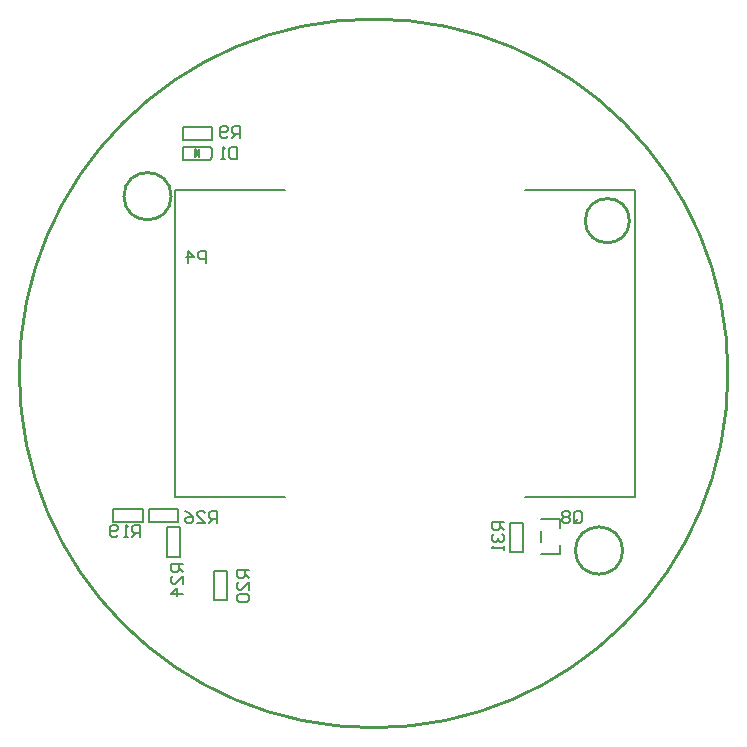
<source format=gbo>
%FSLAX25Y25*%
%MOIN*%
G70*
G01*
G75*
G04 Layer_Color=32896*
%ADD10R,0.03347X0.02756*%
%ADD11O,0.04724X0.00984*%
%ADD12R,0.04724X0.01772*%
%ADD13O,0.04724X0.01772*%
%ADD14O,0.00984X0.04724*%
%ADD15O,0.01772X0.04724*%
%ADD16R,0.03937X0.02362*%
%ADD17R,0.02756X0.03347*%
%ADD18R,0.04724X0.01969*%
%ADD19O,0.03543X0.01969*%
%ADD20O,0.03543X0.01969*%
%ADD21R,0.03543X0.01969*%
%ADD22R,0.02362X0.03937*%
%ADD23O,0.02500X0.05500*%
%ADD24R,0.02500X0.05500*%
%ADD25R,0.07874X0.07874*%
%ADD26C,0.02000*%
%ADD27C,0.06000*%
%ADD28C,0.01000*%
%ADD29C,0.01500*%
%ADD30C,0.00800*%
%ADD31C,0.03000*%
%ADD32C,0.01200*%
%ADD33C,0.05906*%
%ADD34P,0.08352X4X180.0*%
%ADD35R,0.05906X0.05906*%
G04:AMPARAMS|DCode=36|XSize=78.74mil|YSize=118.11mil|CornerRadius=0mil|HoleSize=0mil|Usage=FLASHONLY|Rotation=45.000|XOffset=0mil|YOffset=0mil|HoleType=Round|Shape=Rectangle|*
%AMROTATEDRECTD36*
4,1,4,0.01392,-0.06960,-0.06960,0.01392,-0.01392,0.06960,0.06960,-0.01392,0.01392,-0.06960,0.0*
%
%ADD36ROTATEDRECTD36*%

G04:AMPARAMS|DCode=37|XSize=78.74mil|YSize=118.11mil|CornerRadius=0mil|HoleSize=0mil|Usage=FLASHONLY|Rotation=45.000|XOffset=0mil|YOffset=0mil|HoleType=Round|Shape=Round|*
%AMOVALD37*
21,1,0.03937,0.07874,0.00000,0.00000,135.0*
1,1,0.07874,0.01392,-0.01392*
1,1,0.07874,-0.01392,0.01392*
%
%ADD37OVALD37*%

G04:AMPARAMS|DCode=38|XSize=78.74mil|YSize=118.11mil|CornerRadius=0mil|HoleSize=0mil|Usage=FLASHONLY|Rotation=75.000|XOffset=0mil|YOffset=0mil|HoleType=Round|Shape=Round|*
%AMOVALD38*
21,1,0.03937,0.07874,0.00000,0.00000,165.0*
1,1,0.07874,0.01901,-0.00510*
1,1,0.07874,-0.01901,0.00510*
%
%ADD38OVALD38*%

G04:AMPARAMS|DCode=39|XSize=78.74mil|YSize=118.11mil|CornerRadius=0mil|HoleSize=0mil|Usage=FLASHONLY|Rotation=75.000|XOffset=0mil|YOffset=0mil|HoleType=Round|Shape=Rectangle|*
%AMROTATEDRECTD39*
4,1,4,0.04685,-0.05331,-0.06723,-0.02274,-0.04685,0.05331,0.06723,0.02274,0.04685,-0.05331,0.0*
%
%ADD39ROTATEDRECTD39*%

%ADD40P,0.08352X4X200.0*%
%ADD41R,0.05906X0.05906*%
%ADD42C,0.02000*%
%ADD43C,0.03000*%
%ADD44C,0.04000*%
%ADD45C,0.05000*%
%ADD46C,0.27559*%
%ADD47C,0.00500*%
%ADD48C,0.00787*%
%ADD49C,0.00984*%
%ADD50C,0.02362*%
%ADD51R,0.04147X0.03556*%
%ADD52O,0.05524X0.01784*%
%ADD53R,0.05524X0.02572*%
%ADD54O,0.05524X0.02572*%
%ADD55O,0.01784X0.05524*%
%ADD56O,0.02572X0.05524*%
%ADD57R,0.04737X0.03162*%
%ADD58R,0.03556X0.04147*%
%ADD59R,0.05524X0.02769*%
%ADD60O,0.04343X0.02769*%
%ADD61O,0.04343X0.02769*%
%ADD62R,0.04343X0.02769*%
%ADD63R,0.03162X0.04737*%
%ADD64O,0.03300X0.06300*%
%ADD65R,0.03300X0.06300*%
%ADD66R,0.08674X0.08674*%
%ADD67C,0.06706*%
%ADD68P,0.09483X4X180.0*%
%ADD69R,0.06706X0.06706*%
G04:AMPARAMS|DCode=70|XSize=86.74mil|YSize=126.11mil|CornerRadius=0mil|HoleSize=0mil|Usage=FLASHONLY|Rotation=45.000|XOffset=0mil|YOffset=0mil|HoleType=Round|Shape=Rectangle|*
%AMROTATEDRECTD70*
4,1,4,0.01392,-0.07525,-0.07525,0.01392,-0.01392,0.07525,0.07525,-0.01392,0.01392,-0.07525,0.0*
%
%ADD70ROTATEDRECTD70*%

G04:AMPARAMS|DCode=71|XSize=86.74mil|YSize=126.11mil|CornerRadius=0mil|HoleSize=0mil|Usage=FLASHONLY|Rotation=45.000|XOffset=0mil|YOffset=0mil|HoleType=Round|Shape=Round|*
%AMOVALD71*
21,1,0.03937,0.08674,0.00000,0.00000,135.0*
1,1,0.08674,0.01392,-0.01392*
1,1,0.08674,-0.01392,0.01392*
%
%ADD71OVALD71*%

G04:AMPARAMS|DCode=72|XSize=86.74mil|YSize=126.11mil|CornerRadius=0mil|HoleSize=0mil|Usage=FLASHONLY|Rotation=75.000|XOffset=0mil|YOffset=0mil|HoleType=Round|Shape=Round|*
%AMOVALD72*
21,1,0.03937,0.08674,0.00000,0.00000,165.0*
1,1,0.08674,0.01901,-0.00510*
1,1,0.08674,-0.01901,0.00510*
%
%ADD72OVALD72*%

G04:AMPARAMS|DCode=73|XSize=86.74mil|YSize=126.11mil|CornerRadius=0mil|HoleSize=0mil|Usage=FLASHONLY|Rotation=75.000|XOffset=0mil|YOffset=0mil|HoleType=Round|Shape=Rectangle|*
%AMROTATEDRECTD73*
4,1,4,0.04968,-0.05821,-0.07213,-0.02557,-0.04968,0.05821,0.07213,0.02557,0.04968,-0.05821,0.0*
%
%ADD73ROTATEDRECTD73*%

%ADD74P,0.09483X4X200.0*%
%ADD75R,0.06706X0.06706*%
%ADD76C,0.28359*%
D28*
X85266Y50900D02*
G03*
X85266Y50900I-7366J0D01*
G01*
X83000Y-59055D02*
G03*
X83000Y-59055I-7874J0D01*
G01*
X-67500Y59055D02*
G03*
X-67500Y59055I-7874J0D01*
G01*
X118110Y0D02*
G03*
X118110Y0I-118110J0D01*
G01*
D47*
X-74974Y-45235D02*
X-65131D01*
X-74974Y-49565D02*
X-65131D01*
Y-45235D01*
X-74974Y-49565D02*
Y-45235D01*
X-48735Y-75669D02*
Y-65826D01*
X-53065Y-75669D02*
Y-65826D01*
Y-75669D02*
X-48735D01*
X-53065Y-65826D02*
X-48735D01*
X49665Y-59569D02*
Y-49726D01*
X45335Y-59569D02*
Y-49726D01*
Y-59569D02*
X49665D01*
X45335Y-49726D02*
X49665D01*
X61968Y-51410D02*
Y-48458D01*
Y-60268D02*
Y-57316D01*
X55668Y-56135D02*
Y-52591D01*
Y-48458D02*
X61968D01*
X55668Y-60268D02*
X61968D01*
X-63669Y71235D02*
Y75565D01*
X-54613D01*
X-53826Y72022D02*
Y74778D01*
X-63669Y71235D02*
X-54613D01*
X-54613Y75565D02*
X-53826Y74778D01*
X-58255Y72022D02*
Y74778D01*
X-59633Y72022D02*
Y74778D01*
Y72022D02*
X-58255Y73400D01*
X-59633Y74778D02*
X-58255Y73400D01*
X-59633D02*
X-58255D01*
X-54613Y71235D02*
X-53826Y72022D01*
X-63674Y82265D02*
X-53831D01*
X-63674Y77935D02*
X-53831D01*
Y82265D01*
X-63674Y77935D02*
Y82265D01*
X50400Y61200D02*
X87172D01*
X50400Y-41162D02*
X87172D01*
X-66372Y61200D02*
X-29600D01*
X-66372Y-41162D02*
X-29600D01*
X87172D02*
Y61200D01*
X-66372Y-41162D02*
Y61200D01*
X-64435Y-61068D02*
Y-51226D01*
X-68765Y-61068D02*
Y-51226D01*
Y-61068D02*
X-64435D01*
X-68765Y-51226D02*
X-64435D01*
X-86874Y-45235D02*
X-77031D01*
X-86874Y-49565D02*
X-77031D01*
Y-45235D01*
X-86874Y-49565D02*
Y-45235D01*
X-56000Y36800D02*
Y40799D01*
X-57999D01*
X-58666Y40132D01*
Y38799D01*
X-57999Y38133D01*
X-56000D01*
X-61998Y36800D02*
Y40799D01*
X-59999Y38799D01*
X-62665D01*
X-63700Y-63700D02*
X-67699D01*
Y-65699D01*
X-67032Y-66366D01*
X-65699D01*
X-65033Y-65699D01*
Y-63700D01*
Y-65033D02*
X-63700Y-66366D01*
Y-70364D02*
Y-67699D01*
X-66366Y-70364D01*
X-67032D01*
X-67699Y-69698D01*
Y-68365D01*
X-67032Y-67699D01*
X-63700Y-73697D02*
X-67699D01*
X-65699Y-71697D01*
Y-74363D01*
X-44400Y78500D02*
Y82499D01*
X-46399D01*
X-47066Y81832D01*
Y80499D01*
X-46399Y79833D01*
X-44400D01*
X-45733D02*
X-47066Y78500D01*
X-48399Y79166D02*
X-49065Y78500D01*
X-50398D01*
X-51064Y79166D01*
Y81832D01*
X-50398Y82499D01*
X-49065D01*
X-48399Y81832D01*
Y81166D01*
X-49065Y80499D01*
X-51064D01*
X-45600Y75499D02*
Y71500D01*
X-47599D01*
X-48266Y72166D01*
Y74832D01*
X-47599Y75499D01*
X-45600D01*
X-49599Y71500D02*
X-50932D01*
X-50265D01*
Y75499D01*
X-49599Y74832D01*
X43500Y-49700D02*
X39501D01*
Y-51699D01*
X40168Y-52366D01*
X41501D01*
X42167Y-51699D01*
Y-49700D01*
Y-51033D02*
X43500Y-52366D01*
X40168Y-53699D02*
X39501Y-54365D01*
Y-55698D01*
X40168Y-56365D01*
X40834D01*
X41501Y-55698D01*
Y-55032D01*
Y-55698D01*
X42167Y-56365D01*
X42834D01*
X43500Y-55698D01*
Y-54365D01*
X42834Y-53699D01*
X43500Y-57697D02*
Y-59030D01*
Y-58364D01*
X39501D01*
X40168Y-57697D01*
X66934Y-49334D02*
Y-46668D01*
X67601Y-46001D01*
X68934D01*
X69600Y-46668D01*
Y-49334D01*
X68934Y-50000D01*
X67601D01*
X68267Y-48667D02*
X66934Y-50000D01*
X67601D02*
X66934Y-49334D01*
X65601Y-46668D02*
X64935Y-46001D01*
X63602D01*
X62936Y-46668D01*
Y-47334D01*
X63602Y-48001D01*
X62936Y-48667D01*
Y-49334D01*
X63602Y-50000D01*
X64935D01*
X65601Y-49334D01*
Y-48667D01*
X64935Y-48001D01*
X65601Y-47334D01*
Y-46668D01*
X64935Y-48001D02*
X63602D01*
X-52300Y-50000D02*
Y-46001D01*
X-54299D01*
X-54966Y-46668D01*
Y-48001D01*
X-54299Y-48667D01*
X-52300D01*
X-53633D02*
X-54966Y-50000D01*
X-58965D02*
X-56299D01*
X-58965Y-47334D01*
Y-46668D01*
X-58298Y-46001D01*
X-56965D01*
X-56299Y-46668D01*
X-62963Y-46001D02*
X-61630Y-46668D01*
X-60297Y-48001D01*
Y-49334D01*
X-60964Y-50000D01*
X-62297D01*
X-62963Y-49334D01*
Y-48667D01*
X-62297Y-48001D01*
X-60297D01*
X-41700Y-65600D02*
X-45699D01*
Y-67599D01*
X-45032Y-68266D01*
X-43699D01*
X-43033Y-67599D01*
Y-65600D01*
Y-66933D02*
X-41700Y-68266D01*
Y-72264D02*
Y-69599D01*
X-44366Y-72264D01*
X-45032D01*
X-45699Y-71598D01*
Y-70265D01*
X-45032Y-69599D01*
Y-73597D02*
X-45699Y-74264D01*
Y-75597D01*
X-45032Y-76263D01*
X-42366D01*
X-41700Y-75597D01*
Y-74264D01*
X-42366Y-73597D01*
X-45032D01*
X-77800Y-54700D02*
Y-50701D01*
X-79799D01*
X-80466Y-51368D01*
Y-52701D01*
X-79799Y-53367D01*
X-77800D01*
X-79133D02*
X-80466Y-54700D01*
X-81799D02*
X-83132D01*
X-82465D01*
Y-50701D01*
X-81799Y-51368D01*
X-85131Y-54034D02*
X-85797Y-54700D01*
X-87130D01*
X-87797Y-54034D01*
Y-51368D01*
X-87130Y-50701D01*
X-85797D01*
X-85131Y-51368D01*
Y-52034D01*
X-85797Y-52701D01*
X-87797D01*
M02*

</source>
